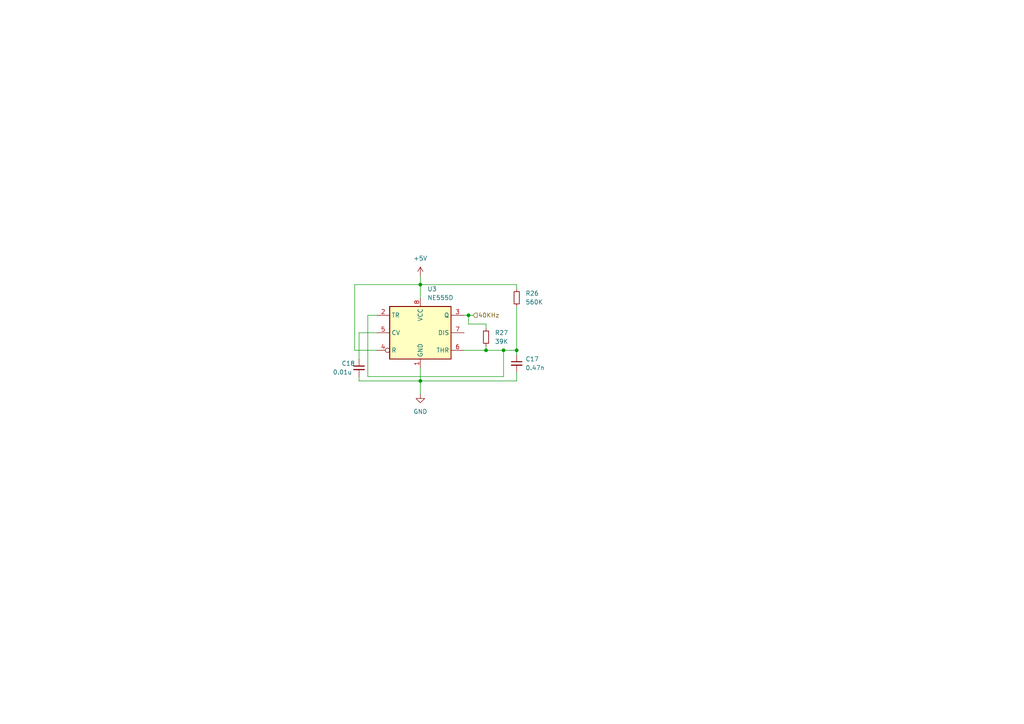
<source format=kicad_sch>
(kicad_sch (version 20211123) (generator eeschema)
  (paper "A4")
  (lib_symbols
    (symbol "Device:C_Small" (pin_numbers hide) (pin_names (offset 0.254) hide)
      (property "Reference" "C" (at 0.254 1.778 0))
      (property "Value" "C_Small" (at 0.254 -2.032 0))
      (symbol "C_Small_0_1"
        (polyline (pts (xy -1.524 -0.508) (xy 1.524 -0.508)) (stroke (width 0.3302)))
        (polyline (pts (xy -1.524 0.508) (xy 1.524 0.508)) (stroke (width 0.3048)))
      )
      (symbol "C_Small_1_1"
        (pin passive line (at 0 2.54 270) (length 2.032) (name "~") (number "1"))
        (pin passive line (at 0 -2.54 90) (length 2.032) (name "~") (number "2"))
      )
    )
    (symbol "Device:R_Small" (pin_numbers hide) (pin_names (offset 0.254) hide)
      (property "Reference" "R" (at 0.762 0.508 0))
      (property "Value" "R_Small" (at 0.762 -1.016 0))
      (symbol "R_Small_0_1"
        (rectangle (start -0.762 1.778) (end 0.762 -1.778) (stroke (width 0.2032)))
      )
      (symbol "R_Small_1_1"
        (pin passive line (at 0 2.54 270) (length 0.762) (name "~") (number "1"))
        (pin passive line (at 0 -2.54 90) (length 0.762) (name "~") (number "2"))
      )
    )
    (symbol "Timer:NE555D"
      (property "Reference" "U" (at -10.16 8.89 0))
      (property "Value" "NE555D" (at 2.54 8.89 0))
      (symbol "NE555D_0_0"
        (pin power_in line (at 0 -10.16 90) (length 2.54) (name "GND") (number "1"))
        (pin power_in line (at 0 10.16 270) (length 2.54) (name "VCC") (number "8"))
      )
      (symbol "NE555D_0_1"
        (rectangle (start -8.89 -7.62) (end 8.89 7.62) (stroke (width 0.254)) (fill (type background)))
        (rectangle (start -8.89 -7.62) (end 8.89 7.62) (stroke (width 0.254)) (fill (type background)))
      )
      (symbol "NE555D_1_1"
        (pin input line (at -12.7 5.08 0) (length 3.81) (name "TR") (number "2"))
        (pin output line (at 12.7 5.08 180) (length 3.81) (name "Q") (number "3"))
        (pin input inverted (at -12.7 -5.08 0) (length 3.81) (name "R") (number "4"))
        (pin input line (at -12.7 0 0) (length 3.81) (name "CV") (number "5"))
        (pin input line (at 12.7 -5.08 180) (length 3.81) (name "THR") (number "6"))
        (pin input line (at 12.7 0 180) (length 3.81) (name "DIS") (number "7"))
      )
    )
    (symbol "power:+5V" (power) (pin_names (offset 0))
      (property "Value" "+5V" (at 0 3.556 0))
      (symbol "+5V_0_1"
        (polyline (pts (xy -0.762 1.27) (xy 0 2.54)))
        (polyline (pts (xy 0 0) (xy 0 2.54)))
        (polyline (pts (xy 0 2.54) (xy 0.762 1.27)))
      )
      (symbol "+5V_1_1"
        (pin power_in line (at 0 0 90) (length 0) hide (name "+5V") (number "1"))
      )
    )
    (symbol "power:GND" (power) (pin_names (offset 0))
      (property "Value" "GND" (at 0 -3.81 0))
      (symbol "GND_0_1"
        (polyline (pts (xy 0 0) (xy 0 -1.27) (xy 1.27 -1.27) (xy 0 -2.54) (xy -1.27 -1.27) (xy 0 -1.27)))
      )
      (symbol "GND_1_1"
        (pin power_in line (at 0 0 270) (length 0) hide (name "GND") (number "1"))
      )
    )
  )
  (junction (at 146.05 101.6))
  (junction (at 121.92 82.55))
  (junction (at 149.86 101.6))
  (junction (at 140.97 101.6))
  (junction (at 121.92 110.49))
  (junction (at 135.89 91.44))
  (wire (pts (xy 135.89 91.44) (xy 137.16 91.44)))
  (wire (pts (xy 104.14 96.52) (xy 109.22 96.52)))
  (wire (pts (xy 104.14 104.14) (xy 104.14 96.52)))
  (wire (pts (xy 121.92 80.01) (xy 121.92 82.55)))
  (wire (pts (xy 106.68 109.22) (xy 146.05 109.22)))
  (wire (pts (xy 121.92 82.55) (xy 121.92 86.36)))
  (wire (pts (xy 104.14 109.22) (xy 104.14 110.49)))
  (wire (pts (xy 149.86 107.95) (xy 149.86 110.49)))
  (wire (pts (xy 140.97 95.25) (xy 140.97 93.98)))
  (wire (pts (xy 149.86 88.9) (xy 149.86 101.6)))
  (wire (pts (xy 102.87 82.55) (xy 121.92 82.55)))
  (wire (pts (xy 149.86 101.6) (xy 149.86 102.87)))
  (wire (pts (xy 121.92 106.68) (xy 121.92 110.49)))
  (wire (pts (xy 146.05 101.6) (xy 149.86 101.6)))
  (wire (pts (xy 109.22 91.44) (xy 106.68 91.44)))
  (wire (pts (xy 146.05 101.6) (xy 146.05 109.22)))
  (wire (pts (xy 140.97 100.33) (xy 140.97 101.6)))
  (wire (pts (xy 149.86 83.82) (xy 149.86 82.55)))
  (wire (pts (xy 104.14 110.49) (xy 121.92 110.49)))
  (wire (pts (xy 109.22 101.6) (xy 102.87 101.6)))
  (wire (pts (xy 135.89 93.98) (xy 135.89 91.44)))
  (wire (pts (xy 106.68 91.44) (xy 106.68 109.22)))
  (wire (pts (xy 140.97 101.6) (xy 146.05 101.6)))
  (wire (pts (xy 135.89 93.98) (xy 140.97 93.98)))
  (wire (pts (xy 121.92 110.49) (xy 121.92 114.3)))
  (wire (pts (xy 102.87 101.6) (xy 102.87 82.55)))
  (wire (pts (xy 149.86 110.49) (xy 121.92 110.49)))
  (wire (pts (xy 149.86 82.55) (xy 121.92 82.55)))
  (wire (pts (xy 134.62 101.6) (xy 140.97 101.6)))
  (wire (pts (xy 134.62 91.44) (xy 135.89 91.44)))
  (hierarchical_label "40KHz" (shape input) (at 137.16 91.44 0))
  (symbol (lib_id "power:+5V") (at 121.92 80.01 0) (unit 1)
    (property "Reference" "#PWR022" (effects hide))
    (property "Value" "+5V" (at 121.92 74.93 0))
  )
  (symbol (lib_id "Device:C_Small") (at 149.86 105.41 0) (unit 1)
    (property "Reference" "C17" (at 152.4 104.1462 0) (effects (justify left)))
    (property "Value" "0.47n" (at 152.4 106.6862 0) (effects (justify left)))
    (property "Footprint" "Capacitor_SMD:C_0603_1608Metric" (effects hide))
  )
  (symbol (lib_id "power:GND") (at 121.92 114.3 0) (unit 1)
    (property "Reference" "#PWR023" (effects hide))
    (property "Value" "GND" (at 121.92 119.38 0))
  )
  (symbol (lib_id "Device:C_Small") (at 104.14 106.68 0) (unit 1)
    (property "Reference" "C18" (at 99.06 105.41 0) (effects (justify left)))
    (property "Value" "0.01u" (at 96.52 107.95 0) (effects (justify left)))
    (property "Footprint" "Capacitor_SMD:C_0603_1608Metric" (effects hide))
  )
  (symbol (lib_id "Device:R_Small") (at 149.86 86.36 0) (unit 1)
    (property "Reference" "R26" (at 152.4 85.0899 0) (effects (justify left)))
    (property "Value" "560K" (at 152.4 87.6299 0) (effects (justify left)))
    (property "Footprint" "Resistor_SMD:R_0603_1608Metric" (effects hide))
  )
  (symbol (lib_id "Device:R_Small") (at 140.97 97.79 0) (unit 1)
    (property "Reference" "R27" (at 143.51 96.5199 0) (effects (justify left)))
    (property "Value" "39K" (at 143.51 99.0599 0) (effects (justify left)))
    (property "Footprint" "Resistor_SMD:R_0603_1608Metric" (effects hide))
  )
  (symbol (lib_id "Timer:NE555D") (at 121.92 96.52 0) (unit 1)
    (property "Reference" "U3" (at 123.9394 83.82 0) (effects (justify left)))
    (property "Value" "NE555D" (at 123.9394 86.36 0) (effects (justify left)))
    (property "Footprint" "Package_SO:SOIC-8_3.9x4.9mm_P1.27mm" (effects hide))
    (property "Datasheet" "http://www.ti.com/lit/ds/symlink/ne555.pdf" (effects hide))
  )
)
</source>
